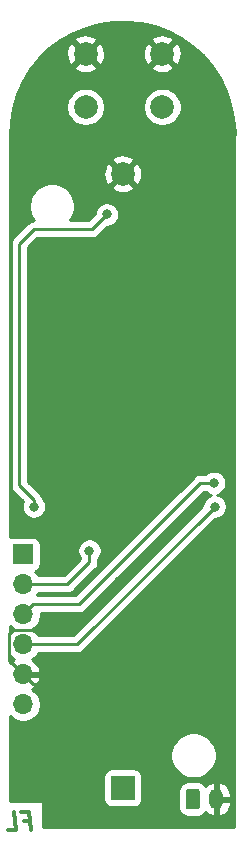
<source format=gbr>
G04 #@! TF.GenerationSoftware,KiCad,Pcbnew,(5.1.5)-1*
G04 #@! TF.CreationDate,2021-02-18T15:35:30+01:00*
G04 #@! TF.ProjectId,button,62757474-6f6e-42e6-9b69-6361645f7063,rev?*
G04 #@! TF.SameCoordinates,Original*
G04 #@! TF.FileFunction,Copper,L2,Bot*
G04 #@! TF.FilePolarity,Positive*
%FSLAX46Y46*%
G04 Gerber Fmt 4.6, Leading zero omitted, Abs format (unit mm)*
G04 Created by KiCad (PCBNEW (5.1.5)-1) date 2021-02-18 15:35:30*
%MOMM*%
%LPD*%
G04 APERTURE LIST*
%ADD10C,0.300000*%
%ADD11O,1.200000X1.750000*%
%ADD12C,0.100000*%
%ADD13O,1.700000X1.700000*%
%ADD14R,1.700000X1.700000*%
%ADD15C,2.000000*%
%ADD16R,2.000000X2.000000*%
%ADD17C,0.800000*%
%ADD18C,0.250000*%
%ADD19C,0.254000*%
G04 APERTURE END LIST*
D10*
X118650714Y-112312857D02*
X119150714Y-112312857D01*
X119248928Y-113098571D02*
X119061428Y-111598571D01*
X118347142Y-111598571D01*
X117248928Y-113098571D02*
X117963214Y-113098571D01*
X117775714Y-111598571D01*
D11*
X134930000Y-110490000D03*
G04 #@! TA.AperFunction,ComponentPad*
D12*
G36*
X133304505Y-109616204D02*
G01*
X133328773Y-109619804D01*
X133352572Y-109625765D01*
X133375671Y-109634030D01*
X133397850Y-109644520D01*
X133418893Y-109657132D01*
X133438599Y-109671747D01*
X133456777Y-109688223D01*
X133473253Y-109706401D01*
X133487868Y-109726107D01*
X133500480Y-109747150D01*
X133510970Y-109769329D01*
X133519235Y-109792428D01*
X133525196Y-109816227D01*
X133528796Y-109840495D01*
X133530000Y-109864999D01*
X133530000Y-111115001D01*
X133528796Y-111139505D01*
X133525196Y-111163773D01*
X133519235Y-111187572D01*
X133510970Y-111210671D01*
X133500480Y-111232850D01*
X133487868Y-111253893D01*
X133473253Y-111273599D01*
X133456777Y-111291777D01*
X133438599Y-111308253D01*
X133418893Y-111322868D01*
X133397850Y-111335480D01*
X133375671Y-111345970D01*
X133352572Y-111354235D01*
X133328773Y-111360196D01*
X133304505Y-111363796D01*
X133280001Y-111365000D01*
X132579999Y-111365000D01*
X132555495Y-111363796D01*
X132531227Y-111360196D01*
X132507428Y-111354235D01*
X132484329Y-111345970D01*
X132462150Y-111335480D01*
X132441107Y-111322868D01*
X132421401Y-111308253D01*
X132403223Y-111291777D01*
X132386747Y-111273599D01*
X132372132Y-111253893D01*
X132359520Y-111232850D01*
X132349030Y-111210671D01*
X132340765Y-111187572D01*
X132334804Y-111163773D01*
X132331204Y-111139505D01*
X132330000Y-111115001D01*
X132330000Y-109864999D01*
X132331204Y-109840495D01*
X132334804Y-109816227D01*
X132340765Y-109792428D01*
X132349030Y-109769329D01*
X132359520Y-109747150D01*
X132372132Y-109726107D01*
X132386747Y-109706401D01*
X132403223Y-109688223D01*
X132421401Y-109671747D01*
X132441107Y-109657132D01*
X132462150Y-109644520D01*
X132484329Y-109634030D01*
X132507428Y-109625765D01*
X132531227Y-109619804D01*
X132555495Y-109616204D01*
X132579999Y-109615000D01*
X133280001Y-109615000D01*
X133304505Y-109616204D01*
G37*
G04 #@! TD.AperFunction*
D13*
X118560000Y-102470000D03*
X118560000Y-99930000D03*
X118560000Y-97390000D03*
X118560000Y-94850000D03*
X118560000Y-92310000D03*
D14*
X118560000Y-89770000D03*
D15*
X123850000Y-51880000D03*
X123850000Y-47380000D03*
X130350000Y-51880000D03*
X130350000Y-47380000D03*
D16*
X127000000Y-109530000D03*
D15*
X127000000Y-57540000D03*
D17*
X134970000Y-102030000D03*
X129920000Y-105420000D03*
X119480000Y-85720000D03*
X125660000Y-60990000D03*
X126660000Y-92000000D03*
X122160000Y-87190000D03*
X122300000Y-110230000D03*
X124070000Y-107800000D03*
X122565000Y-102715000D03*
X124180000Y-89450000D03*
X134790000Y-85720000D03*
X134720000Y-83710000D03*
D18*
X119480000Y-85154315D02*
X118260000Y-83934315D01*
X119480000Y-85720000D02*
X119480000Y-85154315D01*
X118260000Y-83934315D02*
X118260000Y-63460000D01*
X118260000Y-63460000D02*
X119470000Y-62250000D01*
X119470000Y-62250000D02*
X124400000Y-62250000D01*
X124400000Y-62250000D02*
X125660000Y-60990000D01*
X125660000Y-60990000D02*
X125660000Y-60990000D01*
X119409999Y-100779999D02*
X120629999Y-100779999D01*
X118560000Y-99930000D02*
X119409999Y-100779999D01*
X120629999Y-100779999D02*
X122565000Y-102715000D01*
X122565000Y-102715000D02*
X122630000Y-102780000D01*
X126660000Y-92000000D02*
X126260001Y-92399999D01*
X126260001Y-92399999D02*
X126260001Y-92409999D01*
X126260001Y-92409999D02*
X122480000Y-96190000D01*
X122480000Y-96190000D02*
X117630000Y-96190000D01*
X117710001Y-99080001D02*
X118560000Y-99930000D01*
X117384999Y-98754999D02*
X117710001Y-99080001D01*
X117384999Y-96435001D02*
X117384999Y-98754999D01*
X117630000Y-96190000D02*
X117384999Y-96435001D01*
X124180000Y-90450000D02*
X124180000Y-89450000D01*
X122320000Y-92310000D02*
X124180000Y-90450000D01*
X118560000Y-92310000D02*
X122320000Y-92310000D01*
X123120000Y-97390000D02*
X134790000Y-85720000D01*
X118560000Y-97390000D02*
X123120000Y-97390000D01*
X119409999Y-94000001D02*
X123289999Y-94000001D01*
X118560000Y-94850000D02*
X119409999Y-94000001D01*
X133580000Y-83710000D02*
X134720000Y-83710000D01*
X123289999Y-94000001D02*
X133580000Y-83710000D01*
D19*
G36*
X128581162Y-44787507D02*
G01*
X129742190Y-45064203D01*
X130859370Y-45484228D01*
X131915104Y-46040964D01*
X132892734Y-46725627D01*
X133776846Y-47527423D01*
X134553496Y-48433706D01*
X135210433Y-49430181D01*
X135737296Y-50501128D01*
X136125781Y-51629673D01*
X136369761Y-52798016D01*
X136466355Y-53999801D01*
X136462186Y-54473079D01*
X136461900Y-54475982D01*
X136461901Y-112852600D01*
X120235000Y-112852600D01*
X120235000Y-110630000D01*
X117461750Y-110630000D01*
X117461641Y-108530000D01*
X125361928Y-108530000D01*
X125361928Y-110530000D01*
X125374188Y-110654482D01*
X125410498Y-110774180D01*
X125469463Y-110884494D01*
X125548815Y-110981185D01*
X125645506Y-111060537D01*
X125755820Y-111119502D01*
X125875518Y-111155812D01*
X126000000Y-111168072D01*
X128000000Y-111168072D01*
X128124482Y-111155812D01*
X128244180Y-111119502D01*
X128354494Y-111060537D01*
X128451185Y-110981185D01*
X128530537Y-110884494D01*
X128589502Y-110774180D01*
X128625812Y-110654482D01*
X128638072Y-110530000D01*
X128638072Y-109864999D01*
X131691928Y-109864999D01*
X131691928Y-111115001D01*
X131708992Y-111288255D01*
X131759528Y-111454851D01*
X131841595Y-111608387D01*
X131952038Y-111742962D01*
X132086613Y-111853405D01*
X132240149Y-111935472D01*
X132406745Y-111986008D01*
X132579999Y-112003072D01*
X133280001Y-112003072D01*
X133453255Y-111986008D01*
X133619851Y-111935472D01*
X133773387Y-111853405D01*
X133907962Y-111742962D01*
X134018405Y-111608387D01*
X134020967Y-111603594D01*
X134146526Y-111728078D01*
X134349467Y-111862421D01*
X134574718Y-111954591D01*
X134612391Y-111958462D01*
X134803000Y-111833731D01*
X134803000Y-110617000D01*
X135057000Y-110617000D01*
X135057000Y-111833731D01*
X135247609Y-111958462D01*
X135285282Y-111954591D01*
X135510533Y-111862421D01*
X135713474Y-111728078D01*
X135886307Y-111556725D01*
X136022390Y-111354946D01*
X136116493Y-111130496D01*
X136165000Y-110892000D01*
X136165000Y-110617000D01*
X135057000Y-110617000D01*
X134803000Y-110617000D01*
X134783000Y-110617000D01*
X134783000Y-110363000D01*
X134803000Y-110363000D01*
X134803000Y-109146269D01*
X135057000Y-109146269D01*
X135057000Y-110363000D01*
X136165000Y-110363000D01*
X136165000Y-110088000D01*
X136116493Y-109849504D01*
X136022390Y-109625054D01*
X135886307Y-109423275D01*
X135713474Y-109251922D01*
X135510533Y-109117579D01*
X135285282Y-109025409D01*
X135247609Y-109021538D01*
X135057000Y-109146269D01*
X134803000Y-109146269D01*
X134612391Y-109021538D01*
X134574718Y-109025409D01*
X134349467Y-109117579D01*
X134146526Y-109251922D01*
X134020967Y-109376406D01*
X134018405Y-109371613D01*
X133907962Y-109237038D01*
X133773387Y-109126595D01*
X133619851Y-109044528D01*
X133453255Y-108993992D01*
X133280001Y-108976928D01*
X132579999Y-108976928D01*
X132406745Y-108993992D01*
X132240149Y-109044528D01*
X132086613Y-109126595D01*
X131952038Y-109237038D01*
X131841595Y-109371613D01*
X131759528Y-109525149D01*
X131708992Y-109691745D01*
X131691928Y-109864999D01*
X128638072Y-109864999D01*
X128638072Y-108530000D01*
X128625812Y-108405518D01*
X128589502Y-108285820D01*
X128530537Y-108175506D01*
X128451185Y-108078815D01*
X128354494Y-107999463D01*
X128244180Y-107940498D01*
X128124482Y-107904188D01*
X128000000Y-107891928D01*
X126000000Y-107891928D01*
X125875518Y-107904188D01*
X125755820Y-107940498D01*
X125645506Y-107999463D01*
X125548815Y-108078815D01*
X125469463Y-108175506D01*
X125410498Y-108285820D01*
X125374188Y-108405518D01*
X125361928Y-108530000D01*
X117461641Y-108530000D01*
X117461541Y-106587449D01*
X131040000Y-106587449D01*
X131040000Y-106972551D01*
X131115130Y-107350252D01*
X131262502Y-107706040D01*
X131476453Y-108026240D01*
X131748760Y-108298547D01*
X132068960Y-108512498D01*
X132424748Y-108659870D01*
X132802449Y-108735000D01*
X133187551Y-108735000D01*
X133565252Y-108659870D01*
X133921040Y-108512498D01*
X134241240Y-108298547D01*
X134513547Y-108026240D01*
X134727498Y-107706040D01*
X134874870Y-107350252D01*
X134950000Y-106972551D01*
X134950000Y-106587449D01*
X134874870Y-106209748D01*
X134727498Y-105853960D01*
X134513547Y-105533760D01*
X134241240Y-105261453D01*
X133921040Y-105047502D01*
X133565252Y-104900130D01*
X133187551Y-104825000D01*
X132802449Y-104825000D01*
X132424748Y-104900130D01*
X132068960Y-105047502D01*
X131748760Y-105261453D01*
X131476453Y-105533760D01*
X131262502Y-105853960D01*
X131115130Y-106209748D01*
X131040000Y-106587449D01*
X117461541Y-106587449D01*
X117461378Y-103471485D01*
X117613368Y-103623475D01*
X117856589Y-103785990D01*
X118126842Y-103897932D01*
X118413740Y-103955000D01*
X118706260Y-103955000D01*
X118993158Y-103897932D01*
X119263411Y-103785990D01*
X119506632Y-103623475D01*
X119713475Y-103416632D01*
X119875990Y-103173411D01*
X119987932Y-102903158D01*
X120045000Y-102616260D01*
X120045000Y-102323740D01*
X119987932Y-102036842D01*
X119875990Y-101766589D01*
X119713475Y-101523368D01*
X119506632Y-101316525D01*
X119324466Y-101194805D01*
X119441355Y-101125178D01*
X119657588Y-100930269D01*
X119831641Y-100696920D01*
X119956825Y-100434099D01*
X120001476Y-100286890D01*
X119880155Y-100057000D01*
X118687000Y-100057000D01*
X118687000Y-100077000D01*
X118433000Y-100077000D01*
X118433000Y-100057000D01*
X118413000Y-100057000D01*
X118413000Y-99803000D01*
X118433000Y-99803000D01*
X118433000Y-99783000D01*
X118687000Y-99783000D01*
X118687000Y-99803000D01*
X119880155Y-99803000D01*
X120001476Y-99573110D01*
X119956825Y-99425901D01*
X119831641Y-99163080D01*
X119657588Y-98929731D01*
X119441355Y-98734822D01*
X119324466Y-98665195D01*
X119506632Y-98543475D01*
X119713475Y-98336632D01*
X119838178Y-98150000D01*
X123082678Y-98150000D01*
X123120000Y-98153676D01*
X123157322Y-98150000D01*
X123157333Y-98150000D01*
X123268986Y-98139003D01*
X123412247Y-98095546D01*
X123544276Y-98024974D01*
X123660001Y-97930001D01*
X123683804Y-97900997D01*
X134829802Y-86755000D01*
X134891939Y-86755000D01*
X135091898Y-86715226D01*
X135280256Y-86637205D01*
X135449774Y-86523937D01*
X135593937Y-86379774D01*
X135707205Y-86210256D01*
X135785226Y-86021898D01*
X135825000Y-85821939D01*
X135825000Y-85618061D01*
X135785226Y-85418102D01*
X135707205Y-85229744D01*
X135593937Y-85060226D01*
X135449774Y-84916063D01*
X135280256Y-84802795D01*
X135091898Y-84724774D01*
X135007760Y-84708038D01*
X135021898Y-84705226D01*
X135210256Y-84627205D01*
X135379774Y-84513937D01*
X135523937Y-84369774D01*
X135637205Y-84200256D01*
X135715226Y-84011898D01*
X135755000Y-83811939D01*
X135755000Y-83608061D01*
X135715226Y-83408102D01*
X135637205Y-83219744D01*
X135523937Y-83050226D01*
X135379774Y-82906063D01*
X135210256Y-82792795D01*
X135021898Y-82714774D01*
X134821939Y-82675000D01*
X134618061Y-82675000D01*
X134418102Y-82714774D01*
X134229744Y-82792795D01*
X134060226Y-82906063D01*
X134016289Y-82950000D01*
X133617323Y-82950000D01*
X133580000Y-82946324D01*
X133542677Y-82950000D01*
X133542667Y-82950000D01*
X133431014Y-82960997D01*
X133287753Y-83004454D01*
X133155723Y-83075026D01*
X133072083Y-83143668D01*
X133039999Y-83169999D01*
X133016201Y-83198997D01*
X122975198Y-93240001D01*
X119724587Y-93240001D01*
X119838178Y-93070000D01*
X122282678Y-93070000D01*
X122320000Y-93073676D01*
X122357322Y-93070000D01*
X122357333Y-93070000D01*
X122468986Y-93059003D01*
X122612247Y-93015546D01*
X122744276Y-92944974D01*
X122860001Y-92850001D01*
X122883804Y-92820997D01*
X124691004Y-91013798D01*
X124720001Y-90990001D01*
X124814974Y-90874276D01*
X124885546Y-90742247D01*
X124929003Y-90598986D01*
X124940000Y-90487333D01*
X124940000Y-90487324D01*
X124943676Y-90450001D01*
X124940000Y-90412678D01*
X124940000Y-90153711D01*
X124983937Y-90109774D01*
X125097205Y-89940256D01*
X125175226Y-89751898D01*
X125215000Y-89551939D01*
X125215000Y-89348061D01*
X125175226Y-89148102D01*
X125097205Y-88959744D01*
X124983937Y-88790226D01*
X124839774Y-88646063D01*
X124670256Y-88532795D01*
X124481898Y-88454774D01*
X124281939Y-88415000D01*
X124078061Y-88415000D01*
X123878102Y-88454774D01*
X123689744Y-88532795D01*
X123520226Y-88646063D01*
X123376063Y-88790226D01*
X123262795Y-88959744D01*
X123184774Y-89148102D01*
X123145000Y-89348061D01*
X123145000Y-89551939D01*
X123184774Y-89751898D01*
X123262795Y-89940256D01*
X123376063Y-90109774D01*
X123410744Y-90144455D01*
X122005199Y-91550000D01*
X119838178Y-91550000D01*
X119713475Y-91363368D01*
X119581620Y-91231513D01*
X119654180Y-91209502D01*
X119764494Y-91150537D01*
X119861185Y-91071185D01*
X119940537Y-90974494D01*
X119999502Y-90864180D01*
X120035812Y-90744482D01*
X120048072Y-90620000D01*
X120048072Y-88920000D01*
X120035812Y-88795518D01*
X119999502Y-88675820D01*
X119940537Y-88565506D01*
X119861185Y-88468815D01*
X119764494Y-88389463D01*
X119654180Y-88330498D01*
X119534482Y-88294188D01*
X119410000Y-88281928D01*
X117710000Y-88281928D01*
X117585518Y-88294188D01*
X117465820Y-88330498D01*
X117460591Y-88333293D01*
X117459298Y-63460000D01*
X117496324Y-63460000D01*
X117500001Y-63497333D01*
X117500000Y-83896993D01*
X117496324Y-83934315D01*
X117500000Y-83971637D01*
X117500000Y-83971647D01*
X117510997Y-84083300D01*
X117546475Y-84200256D01*
X117554454Y-84226561D01*
X117625026Y-84358591D01*
X117634204Y-84369774D01*
X117719999Y-84474316D01*
X117749003Y-84498119D01*
X118538729Y-85287845D01*
X118484774Y-85418102D01*
X118445000Y-85618061D01*
X118445000Y-85821939D01*
X118484774Y-86021898D01*
X118562795Y-86210256D01*
X118676063Y-86379774D01*
X118820226Y-86523937D01*
X118989744Y-86637205D01*
X119178102Y-86715226D01*
X119378061Y-86755000D01*
X119581939Y-86755000D01*
X119781898Y-86715226D01*
X119970256Y-86637205D01*
X120139774Y-86523937D01*
X120283937Y-86379774D01*
X120397205Y-86210256D01*
X120475226Y-86021898D01*
X120515000Y-85821939D01*
X120515000Y-85618061D01*
X120475226Y-85418102D01*
X120397205Y-85229744D01*
X120283937Y-85060226D01*
X120228987Y-85005276D01*
X120185546Y-84862068D01*
X120114974Y-84730039D01*
X120110653Y-84724774D01*
X120020001Y-84614314D01*
X119991003Y-84590516D01*
X119020000Y-83619514D01*
X119020000Y-63774801D01*
X119784803Y-63010000D01*
X124362678Y-63010000D01*
X124400000Y-63013676D01*
X124437322Y-63010000D01*
X124437333Y-63010000D01*
X124548986Y-62999003D01*
X124692247Y-62955546D01*
X124824276Y-62884974D01*
X124940001Y-62790001D01*
X124963804Y-62760997D01*
X125699802Y-62025000D01*
X125761939Y-62025000D01*
X125961898Y-61985226D01*
X126150256Y-61907205D01*
X126319774Y-61793937D01*
X126463937Y-61649774D01*
X126577205Y-61480256D01*
X126655226Y-61291898D01*
X126695000Y-61091939D01*
X126695000Y-60888061D01*
X126655226Y-60688102D01*
X126577205Y-60499744D01*
X126463937Y-60330226D01*
X126319774Y-60186063D01*
X126150256Y-60072795D01*
X125961898Y-59994774D01*
X125761939Y-59955000D01*
X125558061Y-59955000D01*
X125358102Y-59994774D01*
X125169744Y-60072795D01*
X125000226Y-60186063D01*
X124856063Y-60330226D01*
X124742795Y-60499744D01*
X124664774Y-60688102D01*
X124625000Y-60888061D01*
X124625000Y-60950198D01*
X124085199Y-61490000D01*
X122561125Y-61490000D01*
X122737498Y-61226040D01*
X122884870Y-60870252D01*
X122960000Y-60492551D01*
X122960000Y-60107449D01*
X122884870Y-59729748D01*
X122737498Y-59373960D01*
X122523547Y-59053760D01*
X122251240Y-58781453D01*
X122092541Y-58675413D01*
X126044192Y-58675413D01*
X126139956Y-58939814D01*
X126429571Y-59080704D01*
X126741108Y-59162384D01*
X127062595Y-59181718D01*
X127381675Y-59137961D01*
X127686088Y-59032795D01*
X127860044Y-58939814D01*
X127955808Y-58675413D01*
X127000000Y-57719605D01*
X126044192Y-58675413D01*
X122092541Y-58675413D01*
X121931040Y-58567502D01*
X121575252Y-58420130D01*
X121197551Y-58345000D01*
X120812449Y-58345000D01*
X120434748Y-58420130D01*
X120078960Y-58567502D01*
X119758760Y-58781453D01*
X119486453Y-59053760D01*
X119272502Y-59373960D01*
X119125130Y-59729748D01*
X119050000Y-60107449D01*
X119050000Y-60492551D01*
X119125130Y-60870252D01*
X119272502Y-61226040D01*
X119447874Y-61488503D01*
X119432676Y-61490000D01*
X119432667Y-61490000D01*
X119321014Y-61500997D01*
X119177753Y-61544454D01*
X119045724Y-61615026D01*
X119045722Y-61615027D01*
X119045723Y-61615027D01*
X118958996Y-61686201D01*
X118958992Y-61686205D01*
X118929999Y-61709999D01*
X118906205Y-61738992D01*
X117748998Y-62896201D01*
X117720000Y-62919999D01*
X117696202Y-62948997D01*
X117696201Y-62948998D01*
X117625026Y-63035724D01*
X117554454Y-63167754D01*
X117510998Y-63311015D01*
X117496324Y-63460000D01*
X117459298Y-63460000D01*
X117458994Y-57602595D01*
X125358282Y-57602595D01*
X125402039Y-57921675D01*
X125507205Y-58226088D01*
X125600186Y-58400044D01*
X125864587Y-58495808D01*
X126820395Y-57540000D01*
X127179605Y-57540000D01*
X128135413Y-58495808D01*
X128399814Y-58400044D01*
X128540704Y-58110429D01*
X128622384Y-57798892D01*
X128641718Y-57477405D01*
X128597961Y-57158325D01*
X128492795Y-56853912D01*
X128399814Y-56679956D01*
X128135413Y-56584192D01*
X127179605Y-57540000D01*
X126820395Y-57540000D01*
X125864587Y-56584192D01*
X125600186Y-56679956D01*
X125459296Y-56969571D01*
X125377616Y-57281108D01*
X125358282Y-57602595D01*
X117458994Y-57602595D01*
X117458932Y-56404587D01*
X126044192Y-56404587D01*
X127000000Y-57360395D01*
X127955808Y-56404587D01*
X127860044Y-56140186D01*
X127570429Y-55999296D01*
X127258892Y-55917616D01*
X126937405Y-55898282D01*
X126618325Y-55942039D01*
X126313912Y-56047205D01*
X126139956Y-56140186D01*
X126044192Y-56404587D01*
X117458932Y-56404587D01*
X117458824Y-54344370D01*
X117514269Y-53125589D01*
X117717517Y-51949482D01*
X117788013Y-51718967D01*
X122215000Y-51718967D01*
X122215000Y-52041033D01*
X122277832Y-52356912D01*
X122401082Y-52654463D01*
X122580013Y-52922252D01*
X122807748Y-53149987D01*
X123075537Y-53328918D01*
X123373088Y-53452168D01*
X123688967Y-53515000D01*
X124011033Y-53515000D01*
X124326912Y-53452168D01*
X124624463Y-53328918D01*
X124892252Y-53149987D01*
X125119987Y-52922252D01*
X125298918Y-52654463D01*
X125422168Y-52356912D01*
X125485000Y-52041033D01*
X125485000Y-51718967D01*
X128715000Y-51718967D01*
X128715000Y-52041033D01*
X128777832Y-52356912D01*
X128901082Y-52654463D01*
X129080013Y-52922252D01*
X129307748Y-53149987D01*
X129575537Y-53328918D01*
X129873088Y-53452168D01*
X130188967Y-53515000D01*
X130511033Y-53515000D01*
X130826912Y-53452168D01*
X131124463Y-53328918D01*
X131392252Y-53149987D01*
X131619987Y-52922252D01*
X131798918Y-52654463D01*
X131922168Y-52356912D01*
X131985000Y-52041033D01*
X131985000Y-51718967D01*
X131922168Y-51403088D01*
X131798918Y-51105537D01*
X131619987Y-50837748D01*
X131392252Y-50610013D01*
X131124463Y-50431082D01*
X130826912Y-50307832D01*
X130511033Y-50245000D01*
X130188967Y-50245000D01*
X129873088Y-50307832D01*
X129575537Y-50431082D01*
X129307748Y-50610013D01*
X129080013Y-50837748D01*
X128901082Y-51105537D01*
X128777832Y-51403088D01*
X128715000Y-51718967D01*
X125485000Y-51718967D01*
X125422168Y-51403088D01*
X125298918Y-51105537D01*
X125119987Y-50837748D01*
X124892252Y-50610013D01*
X124624463Y-50431082D01*
X124326912Y-50307832D01*
X124011033Y-50245000D01*
X123688967Y-50245000D01*
X123373088Y-50307832D01*
X123075537Y-50431082D01*
X122807748Y-50610013D01*
X122580013Y-50837748D01*
X122401082Y-51105537D01*
X122277832Y-51403088D01*
X122215000Y-51718967D01*
X117788013Y-51718967D01*
X118066566Y-50808129D01*
X118555912Y-49719523D01*
X119177840Y-48700831D01*
X119325881Y-48515413D01*
X122894192Y-48515413D01*
X122989956Y-48779814D01*
X123279571Y-48920704D01*
X123591108Y-49002384D01*
X123912595Y-49021718D01*
X124231675Y-48977961D01*
X124536088Y-48872795D01*
X124710044Y-48779814D01*
X124805808Y-48515413D01*
X129394192Y-48515413D01*
X129489956Y-48779814D01*
X129779571Y-48920704D01*
X130091108Y-49002384D01*
X130412595Y-49021718D01*
X130731675Y-48977961D01*
X131036088Y-48872795D01*
X131210044Y-48779814D01*
X131305808Y-48515413D01*
X130350000Y-47559605D01*
X129394192Y-48515413D01*
X124805808Y-48515413D01*
X123850000Y-47559605D01*
X122894192Y-48515413D01*
X119325881Y-48515413D01*
X119922538Y-47768118D01*
X120257335Y-47442595D01*
X122208282Y-47442595D01*
X122252039Y-47761675D01*
X122357205Y-48066088D01*
X122450186Y-48240044D01*
X122714587Y-48335808D01*
X123670395Y-47380000D01*
X124029605Y-47380000D01*
X124985413Y-48335808D01*
X125249814Y-48240044D01*
X125390704Y-47950429D01*
X125472384Y-47638892D01*
X125484189Y-47442595D01*
X128708282Y-47442595D01*
X128752039Y-47761675D01*
X128857205Y-48066088D01*
X128950186Y-48240044D01*
X129214587Y-48335808D01*
X130170395Y-47380000D01*
X130529605Y-47380000D01*
X131485413Y-48335808D01*
X131749814Y-48240044D01*
X131890704Y-47950429D01*
X131972384Y-47638892D01*
X131991718Y-47317405D01*
X131947961Y-46998325D01*
X131842795Y-46693912D01*
X131749814Y-46519956D01*
X131485413Y-46424192D01*
X130529605Y-47380000D01*
X130170395Y-47380000D01*
X129214587Y-46424192D01*
X128950186Y-46519956D01*
X128809296Y-46809571D01*
X128727616Y-47121108D01*
X128708282Y-47442595D01*
X125484189Y-47442595D01*
X125491718Y-47317405D01*
X125447961Y-46998325D01*
X125342795Y-46693912D01*
X125249814Y-46519956D01*
X124985413Y-46424192D01*
X124029605Y-47380000D01*
X123670395Y-47380000D01*
X122714587Y-46424192D01*
X122450186Y-46519956D01*
X122309296Y-46809571D01*
X122227616Y-47121108D01*
X122208282Y-47442595D01*
X120257335Y-47442595D01*
X120778270Y-46936092D01*
X121696084Y-46244587D01*
X122894192Y-46244587D01*
X123850000Y-47200395D01*
X124805808Y-46244587D01*
X129394192Y-46244587D01*
X130350000Y-47200395D01*
X131305808Y-46244587D01*
X131210044Y-45980186D01*
X130920429Y-45839296D01*
X130608892Y-45757616D01*
X130287405Y-45738282D01*
X129968325Y-45782039D01*
X129663912Y-45887205D01*
X129489956Y-45980186D01*
X129394192Y-46244587D01*
X124805808Y-46244587D01*
X124710044Y-45980186D01*
X124420429Y-45839296D01*
X124108892Y-45757616D01*
X123787405Y-45738282D01*
X123468325Y-45782039D01*
X123163912Y-45887205D01*
X122989956Y-45980186D01*
X122894192Y-46244587D01*
X121696084Y-46244587D01*
X121731524Y-46217886D01*
X122767284Y-45624813D01*
X123869208Y-45166232D01*
X125019911Y-44849377D01*
X126201266Y-44679241D01*
X127394615Y-44658508D01*
X128581162Y-44787507D01*
G37*
X128581162Y-44787507D02*
X129742190Y-45064203D01*
X130859370Y-45484228D01*
X131915104Y-46040964D01*
X132892734Y-46725627D01*
X133776846Y-47527423D01*
X134553496Y-48433706D01*
X135210433Y-49430181D01*
X135737296Y-50501128D01*
X136125781Y-51629673D01*
X136369761Y-52798016D01*
X136466355Y-53999801D01*
X136462186Y-54473079D01*
X136461900Y-54475982D01*
X136461901Y-112852600D01*
X120235000Y-112852600D01*
X120235000Y-110630000D01*
X117461750Y-110630000D01*
X117461641Y-108530000D01*
X125361928Y-108530000D01*
X125361928Y-110530000D01*
X125374188Y-110654482D01*
X125410498Y-110774180D01*
X125469463Y-110884494D01*
X125548815Y-110981185D01*
X125645506Y-111060537D01*
X125755820Y-111119502D01*
X125875518Y-111155812D01*
X126000000Y-111168072D01*
X128000000Y-111168072D01*
X128124482Y-111155812D01*
X128244180Y-111119502D01*
X128354494Y-111060537D01*
X128451185Y-110981185D01*
X128530537Y-110884494D01*
X128589502Y-110774180D01*
X128625812Y-110654482D01*
X128638072Y-110530000D01*
X128638072Y-109864999D01*
X131691928Y-109864999D01*
X131691928Y-111115001D01*
X131708992Y-111288255D01*
X131759528Y-111454851D01*
X131841595Y-111608387D01*
X131952038Y-111742962D01*
X132086613Y-111853405D01*
X132240149Y-111935472D01*
X132406745Y-111986008D01*
X132579999Y-112003072D01*
X133280001Y-112003072D01*
X133453255Y-111986008D01*
X133619851Y-111935472D01*
X133773387Y-111853405D01*
X133907962Y-111742962D01*
X134018405Y-111608387D01*
X134020967Y-111603594D01*
X134146526Y-111728078D01*
X134349467Y-111862421D01*
X134574718Y-111954591D01*
X134612391Y-111958462D01*
X134803000Y-111833731D01*
X134803000Y-110617000D01*
X135057000Y-110617000D01*
X135057000Y-111833731D01*
X135247609Y-111958462D01*
X135285282Y-111954591D01*
X135510533Y-111862421D01*
X135713474Y-111728078D01*
X135886307Y-111556725D01*
X136022390Y-111354946D01*
X136116493Y-111130496D01*
X136165000Y-110892000D01*
X136165000Y-110617000D01*
X135057000Y-110617000D01*
X134803000Y-110617000D01*
X134783000Y-110617000D01*
X134783000Y-110363000D01*
X134803000Y-110363000D01*
X134803000Y-109146269D01*
X135057000Y-109146269D01*
X135057000Y-110363000D01*
X136165000Y-110363000D01*
X136165000Y-110088000D01*
X136116493Y-109849504D01*
X136022390Y-109625054D01*
X135886307Y-109423275D01*
X135713474Y-109251922D01*
X135510533Y-109117579D01*
X135285282Y-109025409D01*
X135247609Y-109021538D01*
X135057000Y-109146269D01*
X134803000Y-109146269D01*
X134612391Y-109021538D01*
X134574718Y-109025409D01*
X134349467Y-109117579D01*
X134146526Y-109251922D01*
X134020967Y-109376406D01*
X134018405Y-109371613D01*
X133907962Y-109237038D01*
X133773387Y-109126595D01*
X133619851Y-109044528D01*
X133453255Y-108993992D01*
X133280001Y-108976928D01*
X132579999Y-108976928D01*
X132406745Y-108993992D01*
X132240149Y-109044528D01*
X132086613Y-109126595D01*
X131952038Y-109237038D01*
X131841595Y-109371613D01*
X131759528Y-109525149D01*
X131708992Y-109691745D01*
X131691928Y-109864999D01*
X128638072Y-109864999D01*
X128638072Y-108530000D01*
X128625812Y-108405518D01*
X128589502Y-108285820D01*
X128530537Y-108175506D01*
X128451185Y-108078815D01*
X128354494Y-107999463D01*
X128244180Y-107940498D01*
X128124482Y-107904188D01*
X128000000Y-107891928D01*
X126000000Y-107891928D01*
X125875518Y-107904188D01*
X125755820Y-107940498D01*
X125645506Y-107999463D01*
X125548815Y-108078815D01*
X125469463Y-108175506D01*
X125410498Y-108285820D01*
X125374188Y-108405518D01*
X125361928Y-108530000D01*
X117461641Y-108530000D01*
X117461541Y-106587449D01*
X131040000Y-106587449D01*
X131040000Y-106972551D01*
X131115130Y-107350252D01*
X131262502Y-107706040D01*
X131476453Y-108026240D01*
X131748760Y-108298547D01*
X132068960Y-108512498D01*
X132424748Y-108659870D01*
X132802449Y-108735000D01*
X133187551Y-108735000D01*
X133565252Y-108659870D01*
X133921040Y-108512498D01*
X134241240Y-108298547D01*
X134513547Y-108026240D01*
X134727498Y-107706040D01*
X134874870Y-107350252D01*
X134950000Y-106972551D01*
X134950000Y-106587449D01*
X134874870Y-106209748D01*
X134727498Y-105853960D01*
X134513547Y-105533760D01*
X134241240Y-105261453D01*
X133921040Y-105047502D01*
X133565252Y-104900130D01*
X133187551Y-104825000D01*
X132802449Y-104825000D01*
X132424748Y-104900130D01*
X132068960Y-105047502D01*
X131748760Y-105261453D01*
X131476453Y-105533760D01*
X131262502Y-105853960D01*
X131115130Y-106209748D01*
X131040000Y-106587449D01*
X117461541Y-106587449D01*
X117461378Y-103471485D01*
X117613368Y-103623475D01*
X117856589Y-103785990D01*
X118126842Y-103897932D01*
X118413740Y-103955000D01*
X118706260Y-103955000D01*
X118993158Y-103897932D01*
X119263411Y-103785990D01*
X119506632Y-103623475D01*
X119713475Y-103416632D01*
X119875990Y-103173411D01*
X119987932Y-102903158D01*
X120045000Y-102616260D01*
X120045000Y-102323740D01*
X119987932Y-102036842D01*
X119875990Y-101766589D01*
X119713475Y-101523368D01*
X119506632Y-101316525D01*
X119324466Y-101194805D01*
X119441355Y-101125178D01*
X119657588Y-100930269D01*
X119831641Y-100696920D01*
X119956825Y-100434099D01*
X120001476Y-100286890D01*
X119880155Y-100057000D01*
X118687000Y-100057000D01*
X118687000Y-100077000D01*
X118433000Y-100077000D01*
X118433000Y-100057000D01*
X118413000Y-100057000D01*
X118413000Y-99803000D01*
X118433000Y-99803000D01*
X118433000Y-99783000D01*
X118687000Y-99783000D01*
X118687000Y-99803000D01*
X119880155Y-99803000D01*
X120001476Y-99573110D01*
X119956825Y-99425901D01*
X119831641Y-99163080D01*
X119657588Y-98929731D01*
X119441355Y-98734822D01*
X119324466Y-98665195D01*
X119506632Y-98543475D01*
X119713475Y-98336632D01*
X119838178Y-98150000D01*
X123082678Y-98150000D01*
X123120000Y-98153676D01*
X123157322Y-98150000D01*
X123157333Y-98150000D01*
X123268986Y-98139003D01*
X123412247Y-98095546D01*
X123544276Y-98024974D01*
X123660001Y-97930001D01*
X123683804Y-97900997D01*
X134829802Y-86755000D01*
X134891939Y-86755000D01*
X135091898Y-86715226D01*
X135280256Y-86637205D01*
X135449774Y-86523937D01*
X135593937Y-86379774D01*
X135707205Y-86210256D01*
X135785226Y-86021898D01*
X135825000Y-85821939D01*
X135825000Y-85618061D01*
X135785226Y-85418102D01*
X135707205Y-85229744D01*
X135593937Y-85060226D01*
X135449774Y-84916063D01*
X135280256Y-84802795D01*
X135091898Y-84724774D01*
X135007760Y-84708038D01*
X135021898Y-84705226D01*
X135210256Y-84627205D01*
X135379774Y-84513937D01*
X135523937Y-84369774D01*
X135637205Y-84200256D01*
X135715226Y-84011898D01*
X135755000Y-83811939D01*
X135755000Y-83608061D01*
X135715226Y-83408102D01*
X135637205Y-83219744D01*
X135523937Y-83050226D01*
X135379774Y-82906063D01*
X135210256Y-82792795D01*
X135021898Y-82714774D01*
X134821939Y-82675000D01*
X134618061Y-82675000D01*
X134418102Y-82714774D01*
X134229744Y-82792795D01*
X134060226Y-82906063D01*
X134016289Y-82950000D01*
X133617323Y-82950000D01*
X133580000Y-82946324D01*
X133542677Y-82950000D01*
X133542667Y-82950000D01*
X133431014Y-82960997D01*
X133287753Y-83004454D01*
X133155723Y-83075026D01*
X133072083Y-83143668D01*
X133039999Y-83169999D01*
X133016201Y-83198997D01*
X122975198Y-93240001D01*
X119724587Y-93240001D01*
X119838178Y-93070000D01*
X122282678Y-93070000D01*
X122320000Y-93073676D01*
X122357322Y-93070000D01*
X122357333Y-93070000D01*
X122468986Y-93059003D01*
X122612247Y-93015546D01*
X122744276Y-92944974D01*
X122860001Y-92850001D01*
X122883804Y-92820997D01*
X124691004Y-91013798D01*
X124720001Y-90990001D01*
X124814974Y-90874276D01*
X124885546Y-90742247D01*
X124929003Y-90598986D01*
X124940000Y-90487333D01*
X124940000Y-90487324D01*
X124943676Y-90450001D01*
X124940000Y-90412678D01*
X124940000Y-90153711D01*
X124983937Y-90109774D01*
X125097205Y-89940256D01*
X125175226Y-89751898D01*
X125215000Y-89551939D01*
X125215000Y-89348061D01*
X125175226Y-89148102D01*
X125097205Y-88959744D01*
X124983937Y-88790226D01*
X124839774Y-88646063D01*
X124670256Y-88532795D01*
X124481898Y-88454774D01*
X124281939Y-88415000D01*
X124078061Y-88415000D01*
X123878102Y-88454774D01*
X123689744Y-88532795D01*
X123520226Y-88646063D01*
X123376063Y-88790226D01*
X123262795Y-88959744D01*
X123184774Y-89148102D01*
X123145000Y-89348061D01*
X123145000Y-89551939D01*
X123184774Y-89751898D01*
X123262795Y-89940256D01*
X123376063Y-90109774D01*
X123410744Y-90144455D01*
X122005199Y-91550000D01*
X119838178Y-91550000D01*
X119713475Y-91363368D01*
X119581620Y-91231513D01*
X119654180Y-91209502D01*
X119764494Y-91150537D01*
X119861185Y-91071185D01*
X119940537Y-90974494D01*
X119999502Y-90864180D01*
X120035812Y-90744482D01*
X120048072Y-90620000D01*
X120048072Y-88920000D01*
X120035812Y-88795518D01*
X119999502Y-88675820D01*
X119940537Y-88565506D01*
X119861185Y-88468815D01*
X119764494Y-88389463D01*
X119654180Y-88330498D01*
X119534482Y-88294188D01*
X119410000Y-88281928D01*
X117710000Y-88281928D01*
X117585518Y-88294188D01*
X117465820Y-88330498D01*
X117460591Y-88333293D01*
X117459298Y-63460000D01*
X117496324Y-63460000D01*
X117500001Y-63497333D01*
X117500000Y-83896993D01*
X117496324Y-83934315D01*
X117500000Y-83971637D01*
X117500000Y-83971647D01*
X117510997Y-84083300D01*
X117546475Y-84200256D01*
X117554454Y-84226561D01*
X117625026Y-84358591D01*
X117634204Y-84369774D01*
X117719999Y-84474316D01*
X117749003Y-84498119D01*
X118538729Y-85287845D01*
X118484774Y-85418102D01*
X118445000Y-85618061D01*
X118445000Y-85821939D01*
X118484774Y-86021898D01*
X118562795Y-86210256D01*
X118676063Y-86379774D01*
X118820226Y-86523937D01*
X118989744Y-86637205D01*
X119178102Y-86715226D01*
X119378061Y-86755000D01*
X119581939Y-86755000D01*
X119781898Y-86715226D01*
X119970256Y-86637205D01*
X120139774Y-86523937D01*
X120283937Y-86379774D01*
X120397205Y-86210256D01*
X120475226Y-86021898D01*
X120515000Y-85821939D01*
X120515000Y-85618061D01*
X120475226Y-85418102D01*
X120397205Y-85229744D01*
X120283937Y-85060226D01*
X120228987Y-85005276D01*
X120185546Y-84862068D01*
X120114974Y-84730039D01*
X120110653Y-84724774D01*
X120020001Y-84614314D01*
X119991003Y-84590516D01*
X119020000Y-83619514D01*
X119020000Y-63774801D01*
X119784803Y-63010000D01*
X124362678Y-63010000D01*
X124400000Y-63013676D01*
X124437322Y-63010000D01*
X124437333Y-63010000D01*
X124548986Y-62999003D01*
X124692247Y-62955546D01*
X124824276Y-62884974D01*
X124940001Y-62790001D01*
X124963804Y-62760997D01*
X125699802Y-62025000D01*
X125761939Y-62025000D01*
X125961898Y-61985226D01*
X126150256Y-61907205D01*
X126319774Y-61793937D01*
X126463937Y-61649774D01*
X126577205Y-61480256D01*
X126655226Y-61291898D01*
X126695000Y-61091939D01*
X126695000Y-60888061D01*
X126655226Y-60688102D01*
X126577205Y-60499744D01*
X126463937Y-60330226D01*
X126319774Y-60186063D01*
X126150256Y-60072795D01*
X125961898Y-59994774D01*
X125761939Y-59955000D01*
X125558061Y-59955000D01*
X125358102Y-59994774D01*
X125169744Y-60072795D01*
X125000226Y-60186063D01*
X124856063Y-60330226D01*
X124742795Y-60499744D01*
X124664774Y-60688102D01*
X124625000Y-60888061D01*
X124625000Y-60950198D01*
X124085199Y-61490000D01*
X122561125Y-61490000D01*
X122737498Y-61226040D01*
X122884870Y-60870252D01*
X122960000Y-60492551D01*
X122960000Y-60107449D01*
X122884870Y-59729748D01*
X122737498Y-59373960D01*
X122523547Y-59053760D01*
X122251240Y-58781453D01*
X122092541Y-58675413D01*
X126044192Y-58675413D01*
X126139956Y-58939814D01*
X126429571Y-59080704D01*
X126741108Y-59162384D01*
X127062595Y-59181718D01*
X127381675Y-59137961D01*
X127686088Y-59032795D01*
X127860044Y-58939814D01*
X127955808Y-58675413D01*
X127000000Y-57719605D01*
X126044192Y-58675413D01*
X122092541Y-58675413D01*
X121931040Y-58567502D01*
X121575252Y-58420130D01*
X121197551Y-58345000D01*
X120812449Y-58345000D01*
X120434748Y-58420130D01*
X120078960Y-58567502D01*
X119758760Y-58781453D01*
X119486453Y-59053760D01*
X119272502Y-59373960D01*
X119125130Y-59729748D01*
X119050000Y-60107449D01*
X119050000Y-60492551D01*
X119125130Y-60870252D01*
X119272502Y-61226040D01*
X119447874Y-61488503D01*
X119432676Y-61490000D01*
X119432667Y-61490000D01*
X119321014Y-61500997D01*
X119177753Y-61544454D01*
X119045724Y-61615026D01*
X119045722Y-61615027D01*
X119045723Y-61615027D01*
X118958996Y-61686201D01*
X118958992Y-61686205D01*
X118929999Y-61709999D01*
X118906205Y-61738992D01*
X117748998Y-62896201D01*
X117720000Y-62919999D01*
X117696202Y-62948997D01*
X117696201Y-62948998D01*
X117625026Y-63035724D01*
X117554454Y-63167754D01*
X117510998Y-63311015D01*
X117496324Y-63460000D01*
X117459298Y-63460000D01*
X117458994Y-57602595D01*
X125358282Y-57602595D01*
X125402039Y-57921675D01*
X125507205Y-58226088D01*
X125600186Y-58400044D01*
X125864587Y-58495808D01*
X126820395Y-57540000D01*
X127179605Y-57540000D01*
X128135413Y-58495808D01*
X128399814Y-58400044D01*
X128540704Y-58110429D01*
X128622384Y-57798892D01*
X128641718Y-57477405D01*
X128597961Y-57158325D01*
X128492795Y-56853912D01*
X128399814Y-56679956D01*
X128135413Y-56584192D01*
X127179605Y-57540000D01*
X126820395Y-57540000D01*
X125864587Y-56584192D01*
X125600186Y-56679956D01*
X125459296Y-56969571D01*
X125377616Y-57281108D01*
X125358282Y-57602595D01*
X117458994Y-57602595D01*
X117458932Y-56404587D01*
X126044192Y-56404587D01*
X127000000Y-57360395D01*
X127955808Y-56404587D01*
X127860044Y-56140186D01*
X127570429Y-55999296D01*
X127258892Y-55917616D01*
X126937405Y-55898282D01*
X126618325Y-55942039D01*
X126313912Y-56047205D01*
X126139956Y-56140186D01*
X126044192Y-56404587D01*
X117458932Y-56404587D01*
X117458824Y-54344370D01*
X117514269Y-53125589D01*
X117717517Y-51949482D01*
X117788013Y-51718967D01*
X122215000Y-51718967D01*
X122215000Y-52041033D01*
X122277832Y-52356912D01*
X122401082Y-52654463D01*
X122580013Y-52922252D01*
X122807748Y-53149987D01*
X123075537Y-53328918D01*
X123373088Y-53452168D01*
X123688967Y-53515000D01*
X124011033Y-53515000D01*
X124326912Y-53452168D01*
X124624463Y-53328918D01*
X124892252Y-53149987D01*
X125119987Y-52922252D01*
X125298918Y-52654463D01*
X125422168Y-52356912D01*
X125485000Y-52041033D01*
X125485000Y-51718967D01*
X128715000Y-51718967D01*
X128715000Y-52041033D01*
X128777832Y-52356912D01*
X128901082Y-52654463D01*
X129080013Y-52922252D01*
X129307748Y-53149987D01*
X129575537Y-53328918D01*
X129873088Y-53452168D01*
X130188967Y-53515000D01*
X130511033Y-53515000D01*
X130826912Y-53452168D01*
X131124463Y-53328918D01*
X131392252Y-53149987D01*
X131619987Y-52922252D01*
X131798918Y-52654463D01*
X131922168Y-52356912D01*
X131985000Y-52041033D01*
X131985000Y-51718967D01*
X131922168Y-51403088D01*
X131798918Y-51105537D01*
X131619987Y-50837748D01*
X131392252Y-50610013D01*
X131124463Y-50431082D01*
X130826912Y-50307832D01*
X130511033Y-50245000D01*
X130188967Y-50245000D01*
X129873088Y-50307832D01*
X129575537Y-50431082D01*
X129307748Y-50610013D01*
X129080013Y-50837748D01*
X128901082Y-51105537D01*
X128777832Y-51403088D01*
X128715000Y-51718967D01*
X125485000Y-51718967D01*
X125422168Y-51403088D01*
X125298918Y-51105537D01*
X125119987Y-50837748D01*
X124892252Y-50610013D01*
X124624463Y-50431082D01*
X124326912Y-50307832D01*
X124011033Y-50245000D01*
X123688967Y-50245000D01*
X123373088Y-50307832D01*
X123075537Y-50431082D01*
X122807748Y-50610013D01*
X122580013Y-50837748D01*
X122401082Y-51105537D01*
X122277832Y-51403088D01*
X122215000Y-51718967D01*
X117788013Y-51718967D01*
X118066566Y-50808129D01*
X118555912Y-49719523D01*
X119177840Y-48700831D01*
X119325881Y-48515413D01*
X122894192Y-48515413D01*
X122989956Y-48779814D01*
X123279571Y-48920704D01*
X123591108Y-49002384D01*
X123912595Y-49021718D01*
X124231675Y-48977961D01*
X124536088Y-48872795D01*
X124710044Y-48779814D01*
X124805808Y-48515413D01*
X129394192Y-48515413D01*
X129489956Y-48779814D01*
X129779571Y-48920704D01*
X130091108Y-49002384D01*
X130412595Y-49021718D01*
X130731675Y-48977961D01*
X131036088Y-48872795D01*
X131210044Y-48779814D01*
X131305808Y-48515413D01*
X130350000Y-47559605D01*
X129394192Y-48515413D01*
X124805808Y-48515413D01*
X123850000Y-47559605D01*
X122894192Y-48515413D01*
X119325881Y-48515413D01*
X119922538Y-47768118D01*
X120257335Y-47442595D01*
X122208282Y-47442595D01*
X122252039Y-47761675D01*
X122357205Y-48066088D01*
X122450186Y-48240044D01*
X122714587Y-48335808D01*
X123670395Y-47380000D01*
X124029605Y-47380000D01*
X124985413Y-48335808D01*
X125249814Y-48240044D01*
X125390704Y-47950429D01*
X125472384Y-47638892D01*
X125484189Y-47442595D01*
X128708282Y-47442595D01*
X128752039Y-47761675D01*
X128857205Y-48066088D01*
X128950186Y-48240044D01*
X129214587Y-48335808D01*
X130170395Y-47380000D01*
X130529605Y-47380000D01*
X131485413Y-48335808D01*
X131749814Y-48240044D01*
X131890704Y-47950429D01*
X131972384Y-47638892D01*
X131991718Y-47317405D01*
X131947961Y-46998325D01*
X131842795Y-46693912D01*
X131749814Y-46519956D01*
X131485413Y-46424192D01*
X130529605Y-47380000D01*
X130170395Y-47380000D01*
X129214587Y-46424192D01*
X128950186Y-46519956D01*
X128809296Y-46809571D01*
X128727616Y-47121108D01*
X128708282Y-47442595D01*
X125484189Y-47442595D01*
X125491718Y-47317405D01*
X125447961Y-46998325D01*
X125342795Y-46693912D01*
X125249814Y-46519956D01*
X124985413Y-46424192D01*
X124029605Y-47380000D01*
X123670395Y-47380000D01*
X122714587Y-46424192D01*
X122450186Y-46519956D01*
X122309296Y-46809571D01*
X122227616Y-47121108D01*
X122208282Y-47442595D01*
X120257335Y-47442595D01*
X120778270Y-46936092D01*
X121696084Y-46244587D01*
X122894192Y-46244587D01*
X123850000Y-47200395D01*
X124805808Y-46244587D01*
X129394192Y-46244587D01*
X130350000Y-47200395D01*
X131305808Y-46244587D01*
X131210044Y-45980186D01*
X130920429Y-45839296D01*
X130608892Y-45757616D01*
X130287405Y-45738282D01*
X129968325Y-45782039D01*
X129663912Y-45887205D01*
X129489956Y-45980186D01*
X129394192Y-46244587D01*
X124805808Y-46244587D01*
X124710044Y-45980186D01*
X124420429Y-45839296D01*
X124108892Y-45757616D01*
X123787405Y-45738282D01*
X123468325Y-45782039D01*
X123163912Y-45887205D01*
X122989956Y-45980186D01*
X122894192Y-46244587D01*
X121696084Y-46244587D01*
X121731524Y-46217886D01*
X122767284Y-45624813D01*
X123869208Y-45166232D01*
X125019911Y-44849377D01*
X126201266Y-44679241D01*
X127394615Y-44658508D01*
X128581162Y-44787507D01*
G36*
X117613368Y-98543475D02*
G01*
X117795534Y-98665195D01*
X117678645Y-98734822D01*
X117462412Y-98929731D01*
X117461142Y-98931434D01*
X117461113Y-98391220D01*
X117613368Y-98543475D01*
G37*
X117613368Y-98543475D02*
X117795534Y-98665195D01*
X117678645Y-98734822D01*
X117462412Y-98929731D01*
X117461142Y-98931434D01*
X117461113Y-98391220D01*
X117613368Y-98543475D01*
G36*
X134060226Y-84513937D02*
G01*
X134229744Y-84627205D01*
X134418102Y-84705226D01*
X134502240Y-84721962D01*
X134488102Y-84724774D01*
X134299744Y-84802795D01*
X134130226Y-84916063D01*
X133986063Y-85060226D01*
X133872795Y-85229744D01*
X133794774Y-85418102D01*
X133755000Y-85618061D01*
X133755000Y-85680198D01*
X122805199Y-96630000D01*
X119838178Y-96630000D01*
X119713475Y-96443368D01*
X119506632Y-96236525D01*
X119332240Y-96120000D01*
X119506632Y-96003475D01*
X119713475Y-95796632D01*
X119875990Y-95553411D01*
X119987932Y-95283158D01*
X120045000Y-94996260D01*
X120045000Y-94760001D01*
X123252677Y-94760001D01*
X123289999Y-94763677D01*
X123327321Y-94760001D01*
X123327332Y-94760001D01*
X123438985Y-94749004D01*
X123582246Y-94705547D01*
X123714275Y-94634975D01*
X123830000Y-94540002D01*
X123853803Y-94510998D01*
X133894802Y-84470000D01*
X134016289Y-84470000D01*
X134060226Y-84513937D01*
G37*
X134060226Y-84513937D02*
X134229744Y-84627205D01*
X134418102Y-84705226D01*
X134502240Y-84721962D01*
X134488102Y-84724774D01*
X134299744Y-84802795D01*
X134130226Y-84916063D01*
X133986063Y-85060226D01*
X133872795Y-85229744D01*
X133794774Y-85418102D01*
X133755000Y-85618061D01*
X133755000Y-85680198D01*
X122805199Y-96630000D01*
X119838178Y-96630000D01*
X119713475Y-96443368D01*
X119506632Y-96236525D01*
X119332240Y-96120000D01*
X119506632Y-96003475D01*
X119713475Y-95796632D01*
X119875990Y-95553411D01*
X119987932Y-95283158D01*
X120045000Y-94996260D01*
X120045000Y-94760001D01*
X123252677Y-94760001D01*
X123289999Y-94763677D01*
X123327321Y-94760001D01*
X123327332Y-94760001D01*
X123438985Y-94749004D01*
X123582246Y-94705547D01*
X123714275Y-94634975D01*
X123830000Y-94540002D01*
X123853803Y-94510998D01*
X133894802Y-84470000D01*
X134016289Y-84470000D01*
X134060226Y-84513937D01*
G36*
X117613368Y-96003475D02*
G01*
X117787760Y-96120000D01*
X117613368Y-96236525D01*
X117461009Y-96388884D01*
X117460981Y-95851088D01*
X117613368Y-96003475D01*
G37*
X117613368Y-96003475D02*
X117787760Y-96120000D01*
X117613368Y-96236525D01*
X117461009Y-96388884D01*
X117460981Y-95851088D01*
X117613368Y-96003475D01*
M02*

</source>
